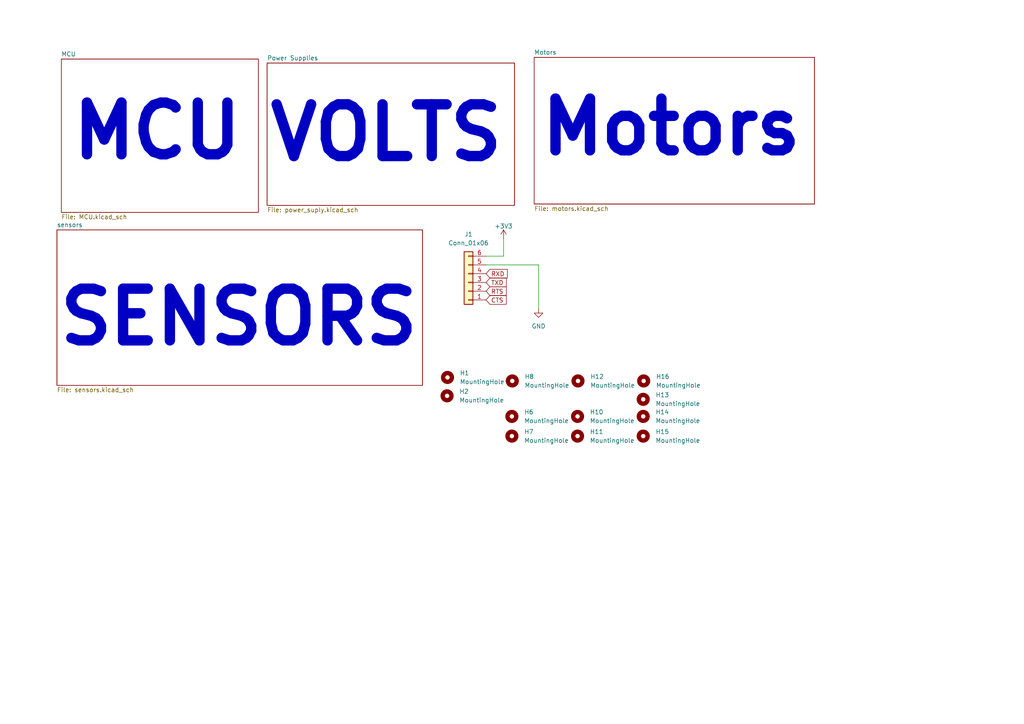
<source format=kicad_sch>
(kicad_sch (version 20231120) (generator "eeschema") (generator_version "8.0")
  (paper "A4")
  (lib_symbols
    (symbol "Connector_Generic:Conn_01x06" (pin_names (offset 1.016) hide)
      (property "Reference" "J" (at 0 7.62 0))
      (property "Value" "Conn_01x06" (at 0 -10.16 0))
      (symbol "Conn_01x06_1_1"
        (rectangle (start -1.27 -7.493) (end 0 -7.747) (stroke (width 0.1524)))
        (rectangle (start -1.27 -4.953) (end 0 -5.207) (stroke (width 0.1524)))
        (rectangle (start -1.27 -2.413) (end 0 -2.667) (stroke (width 0.1524)))
        (rectangle (start -1.27 0.127) (end 0 -0.127) (stroke (width 0.1524)))
        (rectangle (start -1.27 2.667) (end 0 2.413) (stroke (width 0.1524)))
        (rectangle (start -1.27 5.207) (end 0 4.953) (stroke (width 0.1524)))
        (rectangle (start -1.27 6.35) (end 1.27 -8.89) (stroke (width 0.254)) (fill (type background)))
        (pin passive line (at -5.08 5.08 0) (length 3.81) (name "Pin_1") (number "1"))
        (pin passive line (at -5.08 2.54 0) (length 3.81) (name "Pin_2") (number "2"))
        (pin passive line (at -5.08 0 0) (length 3.81) (name "Pin_3") (number "3"))
        (pin passive line (at -5.08 -2.54 0) (length 3.81) (name "Pin_4") (number "4"))
        (pin passive line (at -5.08 -5.08 0) (length 3.81) (name "Pin_5") (number "5"))
        (pin passive line (at -5.08 -7.62 0) (length 3.81) (name "Pin_6") (number "6"))
      )
    )
    (symbol "Mechanical:MountingHole" (pin_names (offset 1.016))
      (property "Reference" "H" (at 0 5.08 0))
      (property "Value" "MountingHole" (at 0 3.175 0))
      (symbol "MountingHole_0_1"
        (circle (center 0 0) (radius 1.27) (stroke (width 1.27)))
      )
    )
    (symbol "power:+3.3V" (power) (pin_names (offset 0))
      (property "Value" "+3.3V" (at 0 3.556 0))
      (symbol "+3.3V_0_1"
        (polyline (pts (xy -0.762 1.27) (xy 0 2.54)))
        (polyline (pts (xy 0 0) (xy 0 2.54)))
        (polyline (pts (xy 0 2.54) (xy 0.762 1.27)))
      )
      (symbol "+3.3V_1_1"
        (pin power_in line (at 0 0 90) (length 0) hide (name "+3V3") (number "1"))
      )
    )
    (symbol "power:GND" (power) (pin_names (offset 0))
      (property "Value" "GND" (at 0 -3.81 0))
      (symbol "GND_0_1"
        (polyline (pts (xy 0 0) (xy 0 -1.27) (xy 1.27 -1.27) (xy 0 -2.54) (xy -1.27 -1.27) (xy 0 -1.27)))
      )
      (symbol "GND_1_1"
        (pin power_in line (at 0 0 270) (length 0) hide (name "GND") (number "1"))
      )
    )
  )
  (wire (pts (xy 140.97 76.835) (xy 156.21 76.835)))
  (wire (pts (xy 146.05 74.295) (xy 146.05 69.215)))
  (wire (pts (xy 156.21 76.835) (xy 156.21 89.535)))
  (wire (pts (xy 140.97 74.295) (xy 146.05 74.295)))
  (text "Motors" (at 155.575 45.847 0) (effects (font (size 15 15) (thickness 3) (bold yes)) (justify left bottom)))
  (text "VOLTS\n" (at 76.835 47.498 0) (effects (font (size 15 15) (thickness 3) (bold yes)) (justify left bottom)))
  (text "SENSORS" (at 15.875 100.965 0) (effects (font (size 15 15) (thickness 3) (bold yes)) (justify left bottom)))
  (text "MCU" (at 19.685 46.99 0) (effects (font (size 15 15) (thickness 3) (bold yes)) (justify left bottom)))
  (global_label "RXD" (shape input) (at 140.97 79.375 0) (property "Intersheetrefs" "${INTERSHEET_REFS}" (effects (hide yes))))
  (global_label "CTS" (shape input) (at 140.97 86.995 0) (property "Intersheetrefs" "${INTERSHEET_REFS}" (effects (hide yes))))
  (global_label "TXD" (shape input) (at 140.97 81.915 0) (property "Intersheetrefs" "${INTERSHEET_REFS}" (effects (hide yes))))
  (global_label "RTS" (shape input) (at 140.97 84.455 0) (property "Intersheetrefs" "${INTERSHEET_REFS}" (effects (hide yes))))
  (symbol (lib_id "Mechanical:MountingHole") (at 148.59 110.49 0) (unit 1)
    (property "Reference" "H8" (at 152.146 109.22 0) (effects (justify left)))
    (property "Value" "MountingHole" (at 152.146 111.76 0) (effects (justify left)))
    (property "Footprint" "MountingHole:MountingHole_2.7mm_M2.5_DIN965_Pad" (effects (hide yes)))
  )
  (symbol (lib_id "Mechanical:MountingHole") (at 186.563 120.777 0) (unit 1)
    (property "Reference" "H14" (at 190.119 119.507 0) (effects (justify left)))
    (property "Value" "MountingHole" (at 190.119 122.047 0) (effects (justify left)))
    (property "Footprint" "MountingHole:MountingHole_2.7mm_M2.5_DIN965_Pad" (effects (hide yes)))
  )
  (symbol (lib_id "Mechanical:MountingHole") (at 148.463 126.492 0) (unit 1)
    (property "Reference" "H7" (at 152.019 125.222 0) (effects (justify left)))
    (property "Value" "MountingHole" (at 152.019 127.762 0) (effects (justify left)))
    (property "Footprint" "MountingHole:MountingHole_2.7mm_M2.5_DIN965_Pad" (effects (hide yes)))
  )
  (symbol (lib_id "power:GND") (at 156.21 89.535 0) (unit 1)
    (property "Reference" "#PWR013" (effects (hide yes)))
    (property "Value" "GND" (at 156.21 94.615 0))
  )
  (symbol (lib_id "Connector_Generic:Conn_01x06") (at 135.89 81.915 180) (unit 1)
    (property "Reference" "J1" (at 135.89 67.945 0))
    (property "Value" "Conn_01x06" (at 135.89 70.485 0))
    (property "Footprint" "Connector_Molex:Molex_SPOX_5267-06A_1x06_P2.50mm_Vertical" (effects (hide yes)))
  )
  (symbol (lib_id "Mechanical:MountingHole") (at 148.463 120.777 0) (unit 1)
    (property "Reference" "H6" (at 152.019 119.507 0) (effects (justify left)))
    (property "Value" "MountingHole" (at 152.019 122.047 0) (effects (justify left)))
    (property "Footprint" "MountingHole:MountingHole_2.7mm_M2.5_DIN965_Pad" (effects (hide yes)))
  )
  (symbol (lib_id "Mechanical:MountingHole") (at 167.64 110.49 0) (unit 1)
    (property "Reference" "H12" (at 171.196 109.22 0) (effects (justify left)))
    (property "Value" "MountingHole" (at 171.196 111.76 0) (effects (justify left)))
    (property "Footprint" "MountingHole:MountingHole_2.7mm_M2.5_DIN965_Pad" (effects (hide yes)))
  )
  (symbol (lib_id "Mechanical:MountingHole") (at 186.69 110.49 0) (unit 1)
    (property "Reference" "H16" (at 190.246 109.22 0) (effects (justify left)))
    (property "Value" "MountingHole" (at 190.246 111.76 0) (effects (justify left)))
    (property "Footprint" "MountingHole:MountingHole_2.7mm_M2.5_DIN965_Pad" (effects (hide yes)))
  )
  (symbol (lib_id "power:+3.3V") (at 146.05 69.215 0) (unit 1)
    (property "Reference" "#PWR012" (effects (hide yes)))
    (property "Value" "+3V3" (at 146.05 65.6105 0))
  )
  (symbol (lib_id "Mechanical:MountingHole") (at 129.794 109.474 0) (unit 1)
    (property "Reference" "H1" (at 133.35 108.204 0) (effects (justify left)))
    (property "Value" "MountingHole" (at 133.35 110.744 0) (effects (justify left)))
    (property "Footprint" "MountingHole:MountingHole_2.7mm_M2.5_DIN965_Pad" (effects (hide yes)))
  )
  (symbol (lib_id "Mechanical:MountingHole") (at 167.513 126.492 0) (unit 1)
    (property "Reference" "H11" (at 171.069 125.222 0) (effects (justify left)))
    (property "Value" "MountingHole" (at 171.069 127.762 0) (effects (justify left)))
    (property "Footprint" "MountingHole:MountingHole_2.7mm_M2.5_DIN965_Pad" (effects (hide yes)))
  )
  (symbol (lib_id "Mechanical:MountingHole") (at 186.563 126.492 0) (unit 1)
    (property "Reference" "H15" (at 190.119 125.222 0) (effects (justify left)))
    (property "Value" "MountingHole" (at 190.119 127.762 0) (effects (justify left)))
    (property "Footprint" "MountingHole:MountingHole_2.7mm_M2.5_DIN965_Pad" (effects (hide yes)))
  )
  (symbol (lib_id "Mechanical:MountingHole") (at 129.667 114.808 0) (unit 1)
    (property "Reference" "H2" (at 133.223 113.538 0) (effects (justify left)))
    (property "Value" "MountingHole" (at 133.223 116.078 0) (effects (justify left)))
    (property "Footprint" "MountingHole:MountingHole_2.7mm_M2.5_DIN965_Pad" (effects (hide yes)))
  )
  (symbol (lib_id "Mechanical:MountingHole") (at 186.563 115.824 0) (unit 1)
    (property "Reference" "H13" (at 190.119 114.554 0) (effects (justify left)))
    (property "Value" "MountingHole" (at 190.119 117.094 0) (effects (justify left)))
    (property "Footprint" "MountingHole:MountingHole_2.7mm_M2.5_DIN965_Pad" (effects (hide yes)))
  )
  (symbol (lib_id "Mechanical:MountingHole") (at 167.513 120.777 0) (unit 1)
    (property "Reference" "H10" (at 171.069 119.507 0) (effects (justify left)))
    (property "Value" "MountingHole" (at 171.069 122.047 0) (effects (justify left)))
    (property "Footprint" "MountingHole:MountingHole_2.7mm_M2.5_DIN965_Pad" (effects (hide yes)))
  )
  (sheet (at 77.47 18.288) (size 71.755 41.275) (stroke (width 0.1524))
    (property "Sheetname" "Power Supplies" (at 77.47 17.5764 0) (effects (justify left bottom)))
    (property "Sheetfile" "power_suply.kicad_sch" (at 77.47 60.1476 0) (effects (justify left top)))
  )
  (sheet (at 154.94 16.637) (size 81.28 42.545) (stroke (width 0.1524))
    (property "Sheetname" "Motors" (at 154.94 15.9254 0) (effects (justify left bottom)))
    (property "Sheetfile" "motors.kicad_sch" (at 154.94 59.7666 0) (effects (justify left top)))
  )
  (sheet (at 17.78 17.145) (size 57.15 44.45) (stroke (width 0.1524))
    (property "Sheetname" "MCU" (at 17.78 16.4334 0) (effects (justify left bottom)))
    (property "Sheetfile" "MCU.kicad_sch" (at 17.78 62.1796 0) (effects (justify left top)))
  )
  (sheet (at 16.51 66.675) (size 106.045 45.085) (stroke (width 0.1524))
    (property "Sheetname" "sensors" (at 16.51 65.9634 0) (effects (justify left bottom)))
    (property "Sheetfile" "sensors.kicad_sch" (at 16.51 112.3446 0) (effects (justify left top)))
  )
)
</source>
